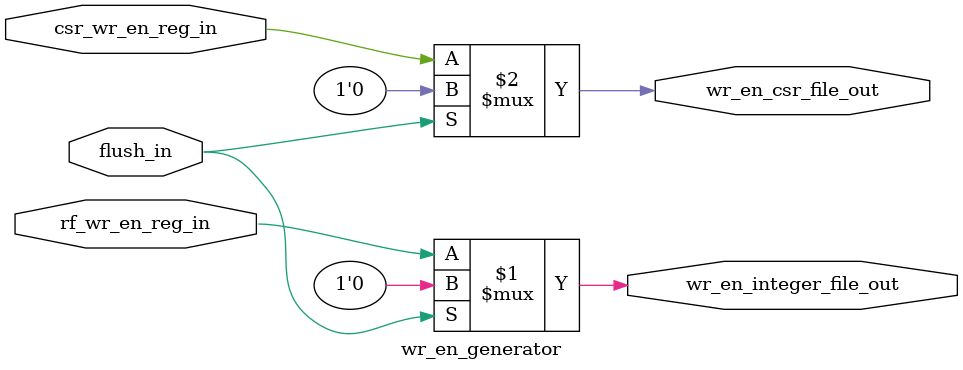
<source format=v>
module wr_en_generator(input flush_in,rf_wr_en_reg_in,csr_wr_en_reg_in,
                       output wr_en_integer_file_out,wr_en_csr_file_out
                      );
   assign wr_en_integer_file_out = flush_in ? 1'b0 : rf_wr_en_reg_in;
   assign wr_en_csr_file_out = flush_in ? 1'b0 : csr_wr_en_reg_in;

endmodule


</source>
